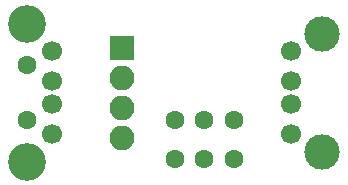
<source format=gbr>
G04 #@! TF.GenerationSoftware,KiCad,Pcbnew,(5.0.0)*
G04 #@! TF.CreationDate,2018-10-08T16:27:30-04:00*
G04 #@! TF.ProjectId,USBPowerSwtich,555342506F7765725377746963682E6B,rev?*
G04 #@! TF.SameCoordinates,Original*
G04 #@! TF.FileFunction,Soldermask,Top*
G04 #@! TF.FilePolarity,Negative*
%FSLAX46Y46*%
G04 Gerber Fmt 4.6, Leading zero omitted, Abs format (unit mm)*
G04 Created by KiCad (PCBNEW (5.0.0)) date 10/08/18 16:27:30*
%MOMM*%
%LPD*%
G01*
G04 APERTURE LIST*
%ADD10C,1.700000*%
%ADD11C,3.200000*%
%ADD12C,1.600000*%
%ADD13C,3.000000*%
%ADD14O,2.100000X2.100000*%
%ADD15R,2.100000X2.100000*%
G04 APERTURE END LIST*
D10*
G04 #@! TO.C,J1*
X72100000Y-76500000D03*
X72100000Y-79000000D03*
X72100000Y-81000000D03*
X72100000Y-83500000D03*
D11*
X70000000Y-85850000D03*
X70000000Y-74150000D03*
D12*
X70000000Y-82300000D03*
X70000000Y-77700000D03*
G04 #@! TD*
D13*
G04 #@! TO.C,J2*
X95000000Y-85000000D03*
D10*
X92330000Y-76500000D03*
X92330000Y-79000000D03*
X92330000Y-81000000D03*
X92330000Y-83500000D03*
D13*
X95000000Y-75000000D03*
G04 #@! TD*
D14*
G04 #@! TO.C,J3*
X78000000Y-83810000D03*
X78000000Y-81270000D03*
X78000000Y-78730000D03*
D15*
X78000000Y-76190000D03*
G04 #@! TD*
D12*
G04 #@! TO.C,SW1*
X85000000Y-85650000D03*
X85000000Y-82350000D03*
X87500000Y-82350000D03*
X87500000Y-85650000D03*
X82500000Y-85650000D03*
X82500000Y-82350000D03*
G04 #@! TD*
M02*

</source>
